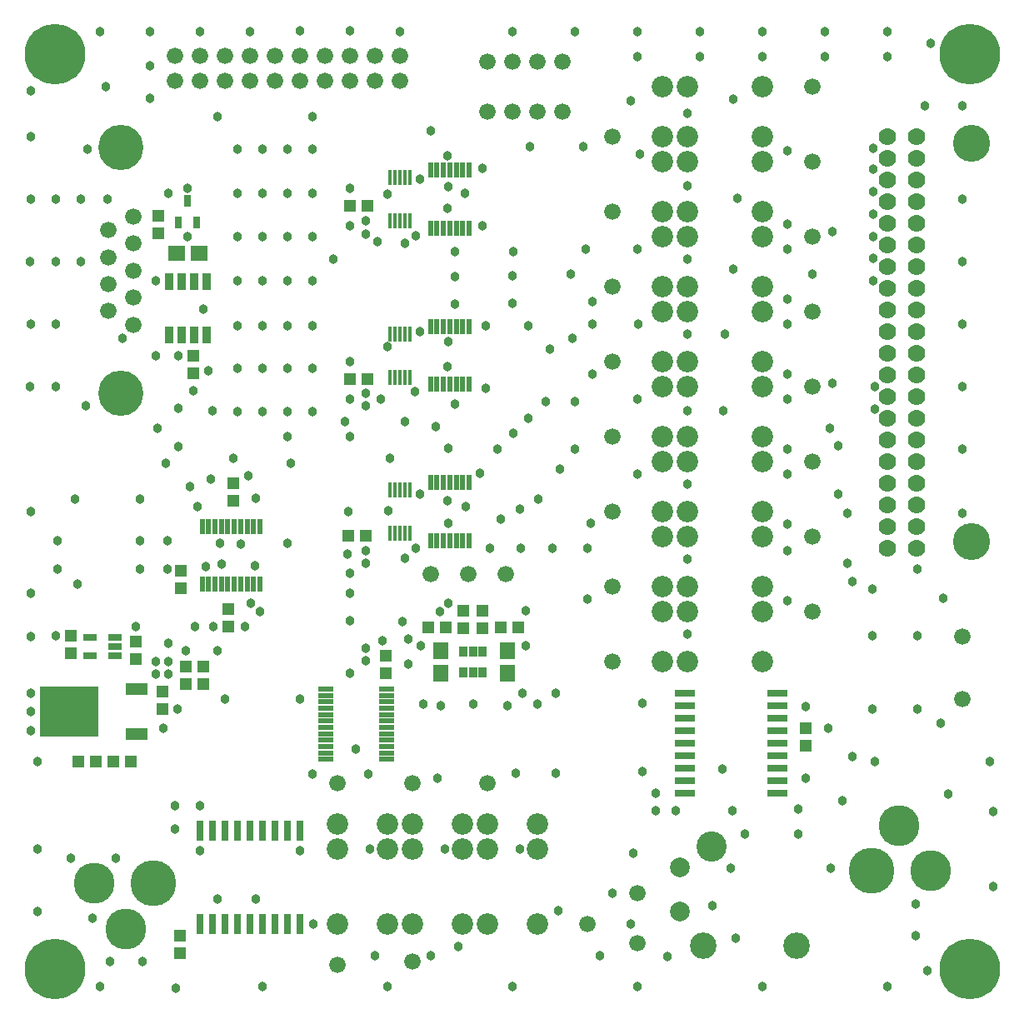
<source format=gts>
G04 EasyPC Gerber Version 21.0.3 Build 4286 *
%FSLAX35Y35*%
%MOIN*%
%ADD106R,0.01781X0.06112*%
%ADD94R,0.02372X0.06407*%
%ADD100R,0.02962X0.04734*%
%ADD107R,0.03159X0.08277*%
%ADD108R,0.03356X0.04143*%
%ADD97R,0.03356X0.06604*%
%ADD93R,0.04537X0.04891*%
%ADD109R,0.06100X0.06600*%
%ADD113C,0.03800*%
%ADD95C,0.06600*%
%ADD104C,0.07000*%
%ADD110C,0.07900*%
%ADD103C,0.08600*%
%ADD111C,0.10600*%
%ADD112C,0.12100*%
%ADD105C,0.14800*%
%ADD89C,0.16348*%
%ADD98C,0.18100*%
%ADD88C,0.18317*%
%ADD102R,0.06112X0.02175*%
%ADD96R,0.05324X0.02962*%
%ADD101R,0.08277X0.03159*%
%ADD92R,0.04891X0.04537*%
%ADD90R,0.08868X0.04537*%
%ADD99R,0.06600X0.06100*%
%ADD87C,0.24222*%
%ADD91R,0.23631X0.19891*%
X0Y0D02*
D02*
D87*
X21254Y14030D03*
Y380171D03*
X387396Y14030D03*
Y380171D03*
D02*
D88*
X60624Y48350D03*
X348203Y53350D03*
D02*
D89*
X37002Y48350D03*
X49797Y30043D03*
X359030Y71657D03*
X371825Y53350D03*
D02*
D90*
X53951Y108124D03*
Y126077D03*
D02*
D91*
X27179Y117100D03*
D02*
D92*
X30825Y97100D03*
X37825D03*
X44825D03*
X51825D03*
X138825Y187600D03*
X139325Y250100D03*
Y319600D03*
X145825Y187600D03*
X146325Y250100D03*
Y319600D03*
X170825Y150850D03*
X177825D03*
X199575D03*
X206575D03*
D02*
D93*
X27825Y140600D03*
Y147600D03*
X53825Y138100D03*
Y145100D03*
X62825Y308600D03*
Y315600D03*
X64325Y118100D03*
Y125100D03*
X71325Y20600D03*
Y27600D03*
X71825Y166600D03*
Y173600D03*
X73825Y128100D03*
Y135100D03*
X76825Y252350D03*
Y259350D03*
X80825Y128100D03*
Y135100D03*
X90575Y151100D03*
Y158100D03*
X92825Y201600D03*
Y208600D03*
X153825Y132600D03*
Y139600D03*
X184825Y150600D03*
Y157600D03*
X192325Y150600D03*
Y157600D03*
X321825Y103600D03*
Y110600D03*
D02*
D94*
X80309Y168033D03*
Y191167D03*
X82868Y168033D03*
Y191167D03*
X85427Y168033D03*
Y191167D03*
X87986Y168033D03*
Y191167D03*
X90545Y168033D03*
Y191167D03*
X93104Y168033D03*
Y191167D03*
X95663Y168033D03*
Y191167D03*
X98222Y168033D03*
Y191167D03*
X100781Y168033D03*
Y191167D03*
X103341Y168033D03*
Y191167D03*
X171648Y185533D03*
Y208667D03*
Y248033D03*
Y271167D03*
Y310533D03*
Y333667D03*
X174207Y185533D03*
Y208667D03*
Y248033D03*
Y271167D03*
Y310533D03*
Y333667D03*
X176766Y185533D03*
Y208667D03*
Y248033D03*
Y271167D03*
Y310533D03*
Y333667D03*
X179325Y185533D03*
Y208667D03*
Y248033D03*
Y271167D03*
Y310533D03*
Y333667D03*
X181884Y185533D03*
Y208667D03*
Y248033D03*
Y271167D03*
Y310533D03*
Y333667D03*
X184443Y185533D03*
Y208667D03*
Y248033D03*
Y271167D03*
Y310533D03*
Y333667D03*
X187002Y185533D03*
Y208667D03*
Y248033D03*
Y271167D03*
Y310533D03*
Y333667D03*
D02*
D95*
X42750Y277357D03*
Y288157D03*
Y298957D03*
Y309757D03*
X52750Y271957D03*
Y282757D03*
Y293557D03*
Y304357D03*
Y315157D03*
X69325Y369600D03*
Y379600D03*
X79325Y369600D03*
Y379600D03*
X89325Y369600D03*
Y379600D03*
X99325Y369600D03*
Y379600D03*
X109325Y369600D03*
Y379600D03*
X119325Y369600D03*
Y379600D03*
X129325Y369600D03*
Y379600D03*
X134325Y15850D03*
Y88350D03*
X139325Y369600D03*
Y379600D03*
X149325Y369600D03*
Y379600D03*
X159325Y369600D03*
Y379600D03*
X164325Y17100D03*
Y88350D03*
X171825Y172100D03*
X186825D03*
X194325Y88350D03*
Y357100D03*
Y377100D03*
X201825Y172100D03*
X204325Y357100D03*
Y377100D03*
X214325Y357100D03*
Y377100D03*
X224325Y357100D03*
Y377100D03*
X234325Y32100D03*
X244325Y137100D03*
Y167100D03*
Y197100D03*
Y227100D03*
Y257100D03*
Y287100D03*
Y317100D03*
Y347100D03*
X254325Y24600D03*
Y44600D03*
X324325Y157100D03*
Y187100D03*
Y217100D03*
Y247100D03*
Y277100D03*
Y307100D03*
Y337100D03*
Y367100D03*
X384325Y122100D03*
Y147100D03*
D02*
D96*
X35404Y139360D03*
Y146841D03*
X45246Y139360D03*
Y143100D03*
Y146841D03*
D02*
D97*
X66904Y267673D03*
Y289028D03*
X71904Y267673D03*
Y289028D03*
X76904Y267673D03*
Y289028D03*
X81904Y267673D03*
Y289028D03*
D02*
D98*
X47750Y244357D03*
Y342757D03*
D02*
D99*
X69904Y300447D03*
X78904D03*
D02*
D100*
X70663Y312770D03*
X74404Y321431D03*
X78144Y312770D03*
D02*
D101*
X273222Y84600D03*
Y89600D03*
Y94600D03*
Y99600D03*
Y104600D03*
Y109600D03*
Y114600D03*
Y119600D03*
Y124600D03*
X310427Y84600D03*
Y89600D03*
Y94600D03*
Y99600D03*
Y104600D03*
Y109600D03*
Y114600D03*
Y119600D03*
Y124600D03*
D02*
D102*
X129620Y98026D03*
Y100585D03*
Y103144D03*
Y105703D03*
Y108262D03*
Y110821D03*
Y113380D03*
Y115939D03*
Y118498D03*
Y121057D03*
Y123616D03*
Y126175D03*
X154030Y98026D03*
Y100585D03*
Y103144D03*
Y105703D03*
Y108262D03*
Y110821D03*
Y113380D03*
Y115939D03*
Y118498D03*
Y121057D03*
Y123616D03*
Y126175D03*
D02*
D103*
X134325Y32100D03*
Y62100D03*
Y72100D03*
X154325Y32100D03*
Y62100D03*
Y72100D03*
X164325Y32100D03*
Y62100D03*
Y72100D03*
X184325Y32100D03*
Y62100D03*
Y72100D03*
X194325Y32100D03*
Y62100D03*
Y72100D03*
X214325Y32100D03*
Y62100D03*
Y72100D03*
X264325Y137100D03*
Y157100D03*
Y167100D03*
Y187100D03*
Y197100D03*
Y217100D03*
Y227100D03*
Y247100D03*
Y257100D03*
Y277100D03*
Y287100D03*
Y307100D03*
Y317100D03*
Y337100D03*
Y347100D03*
Y367100D03*
X274325Y137100D03*
Y157100D03*
Y167100D03*
Y187100D03*
Y197100D03*
Y217100D03*
Y227100D03*
Y247100D03*
Y257100D03*
Y277100D03*
Y287100D03*
Y307100D03*
Y317100D03*
Y337100D03*
Y347100D03*
Y367100D03*
X304325Y137100D03*
Y157100D03*
Y167100D03*
Y187100D03*
Y197100D03*
Y217100D03*
Y227100D03*
Y247100D03*
Y257100D03*
Y277100D03*
Y287100D03*
Y307100D03*
Y317100D03*
Y337100D03*
Y347100D03*
Y367100D03*
D02*
D104*
X354325Y182533D03*
Y191195D03*
Y199856D03*
Y208518D03*
Y217179D03*
Y225841D03*
Y234502D03*
Y243163D03*
Y251825D03*
Y260486D03*
Y269148D03*
Y277809D03*
Y286470D03*
Y295132D03*
Y303793D03*
Y312455D03*
Y321116D03*
Y329778D03*
Y338439D03*
Y347100D03*
X366136Y182533D03*
Y191195D03*
Y199856D03*
Y208518D03*
Y217179D03*
Y225841D03*
Y234502D03*
Y243163D03*
Y251825D03*
Y260486D03*
Y269148D03*
Y277809D03*
Y286470D03*
Y295132D03*
Y303793D03*
Y312455D03*
Y321116D03*
Y329778D03*
Y338439D03*
Y347100D03*
D02*
D105*
X388183Y185289D03*
Y344344D03*
D02*
D106*
X155388Y188439D03*
Y205762D03*
Y250939D03*
Y268262D03*
Y313439D03*
Y330762D03*
X157356Y188439D03*
Y205762D03*
Y250939D03*
Y268262D03*
Y313439D03*
Y330762D03*
X159325Y188439D03*
Y205762D03*
Y250939D03*
Y268262D03*
Y313439D03*
Y330762D03*
X161293Y188439D03*
Y205762D03*
Y250939D03*
Y268262D03*
Y313439D03*
Y330762D03*
X163262Y188439D03*
Y205762D03*
Y250939D03*
Y268262D03*
Y313439D03*
Y330762D03*
D02*
D107*
X79325Y32248D03*
Y69453D03*
X84325Y32248D03*
Y69453D03*
X89325Y32248D03*
Y69453D03*
X94325Y32248D03*
Y69453D03*
X99325Y32248D03*
Y69453D03*
X104325Y32248D03*
Y69453D03*
X109325Y32248D03*
Y69453D03*
X114325Y32248D03*
Y69453D03*
X119325Y32248D03*
Y69453D03*
D02*
D108*
X184835Y132967D03*
Y141234D03*
X188575Y132967D03*
Y141234D03*
X192315Y132967D03*
Y141234D03*
D02*
D109*
X175575Y132600D03*
Y141600D03*
X202325Y132600D03*
Y141600D03*
D02*
D110*
X271323Y37130D03*
Y54846D03*
D02*
D111*
X280575Y23350D03*
X317976D03*
D02*
D112*
X284118Y63114D03*
D02*
D113*
X11325Y247100D03*
Y297100D03*
X11825Y109600D03*
Y117100D03*
Y124600D03*
Y147100D03*
Y164600D03*
Y197100D03*
Y272100D03*
Y322100D03*
Y347100D03*
Y365600D03*
X14325Y37100D03*
Y62100D03*
Y97100D03*
X21825Y147600D03*
Y247100D03*
Y272100D03*
Y297100D03*
Y322100D03*
X22325Y174100D03*
Y185600D03*
X27825Y58600D03*
X29325Y202100D03*
X30325Y168100D03*
X31825Y297100D03*
Y322100D03*
X33825Y239600D03*
X34325Y342100D03*
X36325Y34600D03*
X39325Y7100D03*
Y389100D03*
X41825Y367100D03*
X42325Y322100D03*
X43325Y17100D03*
X45825Y58600D03*
X48325Y266600D03*
X53825Y151100D03*
X55325Y174100D03*
Y185600D03*
Y202100D03*
X56325Y17100D03*
X59325Y362600D03*
Y375600D03*
Y389100D03*
X61825Y132100D03*
Y137100D03*
Y259600D03*
Y289600D03*
X62325Y230600D03*
X64825Y110600D03*
X65825Y216600D03*
X66325Y174100D03*
Y185600D03*
X66825Y132100D03*
Y137100D03*
Y144600D03*
Y324600D03*
X69325Y70100D03*
Y79600D03*
X69825Y6600D03*
X70325Y118100D03*
X70825Y223100D03*
Y238600D03*
Y259600D03*
X73825Y141600D03*
X74325Y307100D03*
Y326600D03*
X75325Y207144D03*
X76825Y245600D03*
X77325Y151100D03*
X78325Y199100D03*
X79325Y61600D03*
Y79600D03*
Y389100D03*
X80825Y278100D03*
X81825Y175100D03*
X82825Y253600D03*
X83825Y210100D03*
X84325Y237600D03*
X84825Y151100D03*
X86325Y42100D03*
Y141600D03*
Y355100D03*
X87325Y184600D03*
X87986Y176100D03*
X89325Y122100D03*
X92825Y218600D03*
X94325Y237100D03*
Y254600D03*
Y271600D03*
Y289600D03*
Y307100D03*
Y324600D03*
Y342100D03*
X95825Y184100D03*
X97325Y151100D03*
X98825Y211600D03*
X99325Y389100D03*
X99825Y160600D03*
X101325Y175600D03*
X101825Y42100D03*
Y202600D03*
X103325Y157100D03*
X104325Y7100D03*
Y237100D03*
Y254600D03*
Y271600D03*
Y289600D03*
Y307100D03*
Y324600D03*
Y342100D03*
X114325Y184600D03*
Y227100D03*
Y237100D03*
Y254600D03*
Y271600D03*
Y289600D03*
Y307100D03*
Y324600D03*
Y342100D03*
X115825Y216600D03*
X119325Y61600D03*
Y122100D03*
Y389600D03*
X124325Y92100D03*
Y237100D03*
Y254600D03*
Y271600D03*
Y289600D03*
Y307100D03*
Y324600D03*
Y342100D03*
Y355100D03*
X124825Y32100D03*
X132825Y298100D03*
X137325Y233100D03*
X138325Y180100D03*
X138825Y197100D03*
X139325Y132600D03*
Y153600D03*
Y164600D03*
Y172600D03*
Y227100D03*
Y242100D03*
Y257100D03*
Y311600D03*
Y326600D03*
Y389600D03*
X141825Y102100D03*
X145825Y137600D03*
Y142600D03*
Y176600D03*
Y181600D03*
Y239600D03*
Y244600D03*
Y308100D03*
Y313600D03*
X146825Y92100D03*
X147325Y62100D03*
X149325Y19600D03*
X150325Y305100D03*
X151825Y242100D03*
X152325Y145600D03*
X154325Y7100D03*
Y263100D03*
Y324100D03*
X154825Y197600D03*
X155325Y218600D03*
X159325Y389100D03*
X160325Y153100D03*
X161325Y178600D03*
Y233100D03*
Y304600D03*
X162825Y136100D03*
Y146100D03*
X165325Y245100D03*
X165825Y182600D03*
Y307600D03*
X167325Y204100D03*
Y269100D03*
Y330100D03*
X167825Y143600D03*
X168825Y120100D03*
X171825Y19600D03*
Y349600D03*
X173825Y231100D03*
X174325Y90600D03*
X175325Y157100D03*
X175575Y119600D03*
X177325Y62100D03*
X178325Y201600D03*
Y255100D03*
Y318600D03*
Y339600D03*
X178825Y160600D03*
Y192600D03*
Y222600D03*
Y265100D03*
Y327100D03*
X181325Y240100D03*
Y280100D03*
Y291100D03*
Y301100D03*
X182825Y23100D03*
X185325Y324600D03*
X185825Y199100D03*
X188825Y120100D03*
X191325Y212600D03*
X192325Y311600D03*
Y334600D03*
X193825Y246600D03*
Y271600D03*
X195325Y182600D03*
X198325Y222100D03*
X199825Y194100D03*
X202325Y119350D03*
X204325Y7100D03*
Y280600D03*
Y291600D03*
Y389100D03*
X204825Y228600D03*
Y301100D03*
X205825Y92600D03*
X207325Y62100D03*
Y198100D03*
X207825Y182600D03*
X208325Y124600D03*
X209825Y143600D03*
Y157600D03*
X210825Y234600D03*
Y271600D03*
X211325Y343100D03*
X214325Y120100D03*
X214825Y202100D03*
X217825Y241100D03*
X219325Y262100D03*
X220325Y182600D03*
X221825Y92600D03*
Y124600D03*
X222825Y37600D03*
X223325Y214100D03*
X227825Y292100D03*
X228325Y266600D03*
X229325Y222100D03*
Y241100D03*
Y389100D03*
X232825Y343100D03*
X233825Y302100D03*
X234325Y162100D03*
Y182600D03*
X235825Y192600D03*
X236325Y252100D03*
Y272100D03*
Y281100D03*
X239325Y19600D03*
X244325Y44600D03*
X251825Y32100D03*
Y361600D03*
X252825Y60600D03*
X254325Y7100D03*
Y212100D03*
Y242100D03*
Y302100D03*
Y379100D03*
Y389100D03*
X254825Y272100D03*
X255325Y340100D03*
X256325Y93100D03*
Y120600D03*
X261825Y77600D03*
Y84600D03*
X266325Y19100D03*
X269825Y77600D03*
X274325Y148100D03*
Y178100D03*
Y208100D03*
Y237600D03*
Y268100D03*
Y298100D03*
Y327600D03*
Y356600D03*
X279325Y379100D03*
Y389100D03*
X284325Y39600D03*
X288325Y94100D03*
X288825Y237600D03*
X289325Y268100D03*
X291825Y54600D03*
X292325Y77600D03*
X292825Y294100D03*
Y362100D03*
X293825Y26600D03*
X294325Y322600D03*
X297325Y68100D03*
X304325Y7100D03*
Y379100D03*
Y389100D03*
X314325Y161600D03*
Y181600D03*
Y192100D03*
Y212100D03*
Y222100D03*
Y242100D03*
Y252100D03*
Y272100D03*
Y282100D03*
Y302100D03*
Y312100D03*
Y341600D03*
X318825Y68100D03*
Y78100D03*
X321825Y90600D03*
Y119100D03*
X324325Y292100D03*
X329325Y379100D03*
Y389100D03*
X330825Y110600D03*
X331325Y230600D03*
X331825Y54600D03*
X332325Y248600D03*
Y309100D03*
X334825Y204100D03*
Y223600D03*
X336325Y81600D03*
X338325Y176600D03*
Y196600D03*
X340325Y99100D03*
Y169100D03*
X348325Y118100D03*
Y147600D03*
Y166100D03*
X348825Y289600D03*
Y298600D03*
Y307100D03*
Y316100D03*
Y325100D03*
Y334100D03*
Y342600D03*
X349325Y97100D03*
Y238100D03*
Y247100D03*
X354325Y7100D03*
Y379100D03*
Y389100D03*
X365825Y27600D03*
Y40100D03*
X366325Y118100D03*
Y147600D03*
Y174100D03*
X369325Y359600D03*
X370325Y13600D03*
X371825Y384600D03*
X375804Y112484D03*
X376825Y162600D03*
X378825Y84100D03*
X384325Y196600D03*
Y222100D03*
Y247100D03*
Y272100D03*
Y297100D03*
Y322100D03*
Y359600D03*
X395325Y97100D03*
X396646Y47100D03*
Y77100D03*
X0Y0D02*
M02*

</source>
